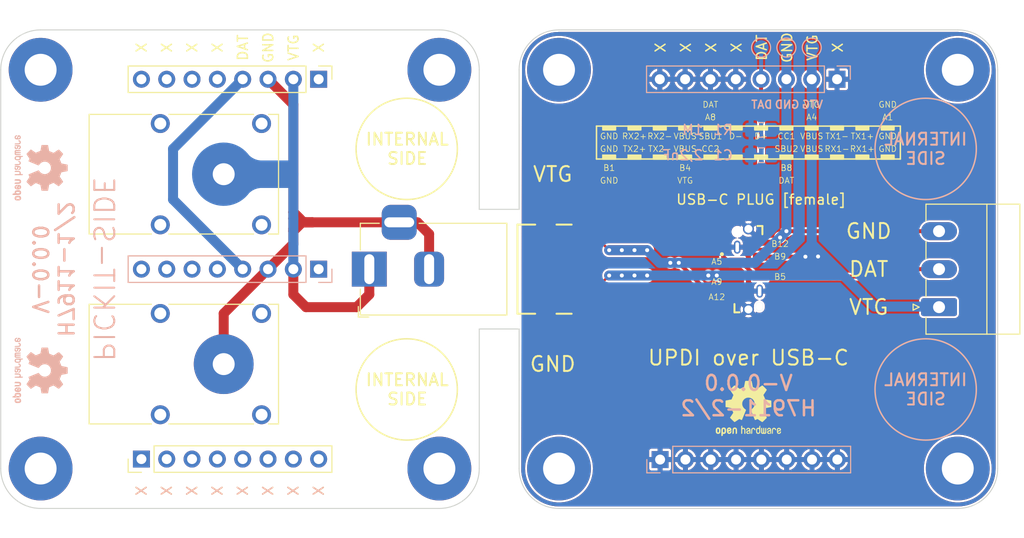
<source format=kicad_pcb>
(kicad_pcb (version 20240108) (generator "pcbnew") (generator_version "8.0")
  (layers (0 "F.Cu" signal) (31 "B.Cu" signal) (34 "B.Paste" user) (35 "F.Paste" user) (36 "B.SilkS" user "B.Silkscreen") (37 "F.SilkS" user "F.Silkscreen") (38 "B.Mask" user) (39 "F.Mask" user) (44 "Edge.Cuts" user))
  (net 0 "")
  (net 2 "/Master/Master_VTG")
  (net 3 "GND")
  (net 4 "/Master/Master_DAT")
  (net 9 "/Master/Master_GND")
  (net 37 "/Slave/Slave_VTG")
  (net 38 "/Slave/Slave_DAT")
  (net 39 "/Slave/Slave_GND")
  (footprint "MountingHole:MountingHole_3.2mm_M3_Pad_TopBottom" (layer "F.Cu") (at 86.48 53.66)
    (property "Reference" "H1" (hide yes))
    (property "Value" "MountingHole" (hide yes))
    (pad "1" thru_hole circle (at 0 0) (size 3.6 3.6) (drill 3.2) (layers "*.Cu" "*.Mask"))
    (pad "1" connect circle (at 0 0) (size 6.4 6.4) (layers "F.Cu" "F.Mask"))
    (pad "1" connect circle (at 0 0) (size 6.4 6.4) (layers "B.Cu" "B.Mask"))
  )
  (footprint "MountingHole:MountingHole_3.2mm_M3_Pad_TopBottom" (layer "F.Cu") (at 138.48 93.66)
    (property "Reference" "H6" (hide yes))
    (property "Value" "MountingHole" (hide yes))
    (pad "1" thru_hole circle (at 0 0) (size 3.6 3.6) (drill 3.2) (layers "*.Cu" "*.Mask"))
    (pad "1" connect circle (at 0 0) (size 6.4 6.4) (layers "F.Cu" "F.Mask"))
    (pad "1" connect circle (at 0 0) (size 6.4 6.4) (layers "B.Cu" "B.Mask"))
  )
  (footprint "Connector_Phoenix_MC:PhoenixContact_MC_1,5_3-G-3.81_1x03_P3.81mm_Horizontal" (layer "F.Cu") (at 176.6 77.47 90)
    (property "Reference" "J8" (hide yes))
    (property "Value" "Conn_01x03_Pin" (hide yes))
    (pad "1" thru_hole roundrect (at 0 0 90) (size 1.8 3.6) (drill 1.2) (layers "*.Cu" "*.Mask") (roundrect_rratio 0.1388888889) (net 37 "/Slave/Slave_VTG"))
    (pad "2" thru_hole oval (at 3.81 0 90) (size 1.8 3.6) (drill 1.2) (layers "*.Cu" "*.Mask") (net 38 "/Slave/Slave_DAT"))
    (pad "3" thru_hole oval (at 7.62 0 90) (size 1.8 3.6) (drill 1.2) (layers "*.Cu" "*.Mask") (net 39 "/Slave/Slave_GND"))
  )
  (footprint "MountingHole:MountingHole_3.2mm_M3_Pad_TopBottom" (layer "F.Cu") (at 138.48 53.66)
    (property "Reference" "H5" (hide yes))
    (property "Value" "MountingHole" (hide yes))
    (pad "1" thru_hole circle (at 0 0) (size 3.6 3.6) (drill 3.2) (layers "*.Cu" "*.Mask"))
    (pad "1" connect circle (at 0 0) (size 6.4 6.4) (layers "F.Cu" "F.Mask"))
    (pad "1" connect circle (at 0 0) (size 6.4 6.4) (layers "B.Cu" "B.Mask"))
  )
  (footprint "Connector_PinHeader_2.54mm:PinHeader_1x08_P2.54mm_Vertical" (layer "F.Cu") (at 96.59 92.71 90)
    (property "Reference" "J3" (hide yes))
    (property "Value" "CON" (hide yes))
    (pad "1" thru_hole rect (at 0 0 90) (size 1.7 1.7) (drill 1) (layers "*.Cu" "*.Mask"))
    (pad "2" thru_hole oval (at 0 2.54 90) (size 1.7 1.7) (drill 1) (layers "*.Cu" "*.Mask"))
    (pad "3" thru_hole oval (at 0 5.08 90) (size 1.7 1.7) (drill 1) (layers "*.Cu" "*.Mask"))
    (pad "4" thru_hole oval (at 0 7.62 90) (size 1.7 1.7) (drill 1) (layers "*.Cu" "*.Mask"))
    (pad "5" thru_hole oval (at 0 10.16 90) (size 1.7 1.7) (drill 1) (layers "*.Cu" "*.Mask"))
    (pad "6" thru_hole oval (at 0 12.7 90) (size 1.7 1.7) (drill 1) (layers "*.Cu" "*.Mask"))
    (pad "7" thru_hole oval (at 0 15.24 90) (size 1.7 1.7) (drill 1) (layers "*.Cu" "*.Mask"))
    (pad "8" thru_hole oval (at 0 17.78 90) (size 1.7 1.7) (drill 1) (layers "*.Cu" "*.Mask"))
  )
  (footprint "Connector_BarrelJack:BarrelJack_Horizontal" (layer "F.Cu") (at 119.45 73.66 180)
    (property "Reference" "J10" (hide yes))
    (property "Value" "Barrel_Jack_Switch" (hide yes))
    (pad "1" thru_hole rect (at 0 0 180) (size 3.5 3.5) (drill oval 1 3) (layers "*.Cu" "*.Mask") (net 2 "/Master/Master_VTG"))
    (pad "2" thru_hole roundrect (at -6 0 180) (size 3 3.5) (drill oval 1 3) (layers "*.Cu" "*.Mask") (net 9 "/Master/Master_GND"))
    (pad "3" thru_hole roundrect (at -3 4.7 180) (size 3.5 3.5) (drill oval 3 1) (layers "*.Cu" "*.Mask") (net 9 "/Master/Master_GND"))
  )
  (footprint "schutzinger SWEB 8094:SWEB 8094 BLACK" (layer "F.Cu") (at 104.845 83.185 90)
    (property "Reference" "J7" (hide yes))
    (property "Value" "~" (hide yes))
    (pad "1" thru_hole circle (at 0 0 90) (size 6 6) (drill 2.2) (layers "*.Cu" "*.Mask") (net 9 "/Master/Master_GND"))
    (pad "MP" thru_hole circle (at -5.08 -6.36 90) (size 1.9 1.9) (drill 1.2) (layers "*.Cu" "*.Mask"))
    (pad "MP" thru_hole circle (at -5.08 3.8 90) (size 1.9 1.9) (drill 1.2) (layers "*.Cu" "*.Mask"))
    (pad "MP" thru_hole circle (at 5.08 -6.36 90) (size 1.9 1.9) (drill 1.2) (layers "*.Cu" "*.Mask"))
    (pad "MP" thru_hole circle (at 5.08 3.8 90) (size 1.9 1.9) (drill 1.2) (layers "*.Cu" "*.Mask"))
  )
  (footprint "MountingHole:MountingHole_3.2mm_M3_Pad_TopBottom" (layer "F.Cu") (at 86.48 93.66)
    (property "Reference" "H2" (hide yes))
    (property "Value" "MountingHole" (hide yes))
    (pad "1" thru_hole circle (at 0 0) (size 3.6 3.6) (drill 3.2) (layers "*.Cu" "*.Mask"))
    (pad "1" connect circle (at 0 0) (size 6.4 6.4) (layers "F.Cu" "F.Mask"))
    (pad "1" connect circle (at 0 0) (size 6.4 6.4) (layers "B.Cu" "B.Mask"))
  )
  (footprint "footprints:GCT_USB4135-GF-A_REVA" (layer "F.Cu") (at 137.16 73.66 -90)
    (property "Reference" "J12" (hide yes))
    (property "Value" "USB4135-GF-A_REVA" (hide yes))
    (pad "A5" smd rect (at -0.5 -3.635 270) (size 0.7 1.2) (layers "F.Cu" "F.Paste" "F.Mask"))
    (pad "A9" smd rect (at 1.52 -3.635 270) (size 0.76 1.2) (layers "F.Cu" "F.Paste" "F.Mask") (net 37 "/Slave/Slave_VTG"))
    (pad "A12" smd rect (at 2.75 -3.635 270) (size 0.8 1.2) (layers "F.Cu" "F.Paste" "F.Mask") (net 39 "/Slave/Slave_GND"))
    (pad "B5" smd rect (at 0.5 -3.635 270) (size 0.7 1.2) (layers "F.Cu" "F.Paste" "F.Mask"))
    (pad "B9" smd rect (at -1.52 -3.635 270) (size 0.76 1.2) (layers "F.Cu" "F.Paste" "F.Mask") (net 37 "/Slave/Slave_VTG"))
    (pad "B12" smd rect (at -2.75 -3.635 270) (size 0.8 1.2) (layers "F.Cu" "F.Paste" "F.Mask") (net 39 "/Slave/Slave_GND"))
    (pad "S1" smd rect (at -5.125 -3.58 270) (size 1.8 1.35) (layers "F.Cu" "F.Paste" "F.Mask"))
    (pad "S2" smd rect (at -5.125 0 270) (size 1.8 1.5) (layers "F.Cu" "F.Paste" "F.Mask"))
    (pad "S3" smd rect (at 5.125 0 270) (size 1.8 1.5) (layers "F.Cu" "F.Paste" "F.Mask"))
    (pad "S4" smd rect (at 5.125 -3.58 270) (size 1.8 1.35) (layers "F.Cu" "F.Paste" "F.Mask"))
  )
  (footprint "MountingHole:MountingHole_3.2mm_M3_Pad_TopBottom" (layer "F.Cu") (at 126.48 53.66)
    (property "Reference" "H3" (hide yes))
    (property "Value" "MountingHole" (hide yes))
    (pad "1" thru_hole circle (at 0 0) (size 3.6 3.6) (drill 3.2) (layers "*.Cu" "*.Mask"))
    (pad "1" connect circle (at 0 0) (size 6.4 6.4) (layers "F.Cu" "F.Mask"))
    (pad "1" connect circle (at 0 0) (size 6.4 6.4) (layers "B.Cu" "B.Mask"))
  )
  (footprint "Connector_PinHeader_2.54mm:PinHeader_1x08_P2.54mm_Vertical" (layer "F.Cu") (at 114.37 54.61 -90)
    (property "Reference" "J4" (hide yes))
    (property "Value" "CON" (hide yes))
    (pad "1" thru_hole rect (at 0 0 270) (size 1.7 1.7) (drill 1) (layers "*.Cu" "*.Mask"))
    (pad "2" thru_hole oval (at 0 2.54 270) (size 1.7 1.7) (drill 1) (layers "*.Cu" "*.Mask") (net 2 "/Master/Master_VTG"))
    (pad "3" thru_hole oval (at 0 5.08 270) (size 1.7 1.7) (drill 1) (layers "*.Cu" "*.Mask") (net 9 "/Master/Master_GND"))
    (pad "4" thru_hole oval (at 0 7.62 270) (size 1.7 1.7) (drill 1) (layers "*.Cu" "*.Mask") (net 4 "/Master/Master_DAT"))
    (pad "5" thru_hole oval (at 0 10.16 270) (size 1.7 1.7) (drill 1) (layers "*.Cu" "*.Mask"))
    (pad "6" thru_hole oval (at 0 12.7 270) (size 1.7 1.7) (drill 1) (layers "*.Cu" "*.Mask"))
    (pad "7" thru_hole oval (at 0 15.24 270) (size 1.7 1.7) (drill 1) (layers "*.Cu" "*.Mask"))
    (pad "8" thru_hole oval (at 0 17.78 270) (size 1.7 1.7) (drill 1) (layers "*.Cu" "*.Mask"))
  )
  (footprint "MountingHole:MountingHole_3.2mm_M3_Pad_TopBottom" (layer "F.Cu") (at 126.48 93.66)
    (property "Reference" "H4" (hide yes))
    (property "Value" "MountingHole" (hide yes))
    (pad "1" thru_hole circle (at 0 0) (size 3.6 3.6) (drill 3.2) (layers "*.Cu" "*.Mask"))
    (pad "1" connect circle (at 0 0) (size 6.4 6.4) (layers "F.Cu" "F.Mask"))
    (pad "1" connect circle (at 0 0) (size 6.4 6.4) (layers "B.Cu" "B.Mask"))
  )
  (footprint "MountingHole:MountingHole_3.2mm_M3_Pad_TopBottom" (layer "F.Cu") (at 178.48 53.66)
    (property "Reference" "H7" (hide yes))
    (property "Value" "MountingHole" (hide yes))
    (pad "1" thru_hole circle (at 0 0) (size 3.6 3.6) (drill 3.2) (layers "*.Cu" "*.Mask"))
    (pad "1" connect circle (at 0 0) (size 6.4 6.4) (layers "F.Cu" "F.Mask"))
    (pad "1" connect circle (at 0 0) (size 6.4 6.4) (layers "B.Cu" "B.Mask"))
  )
  (footprint "Symbol:OSHW-Logo2_7.3x6mm_SilkScreen" (layer "F.Cu") (at 157.48 87.63)
    (property "Reference" "REF**" (hide yes))
    (property "Value" "OSHW-Logo2_7.3x6mm_SilkScreen" (hide yes))
  )
  (footprint "MountingHole:MountingHole_3.2mm_M3_Pad_TopBottom" (layer "F.Cu") (at 178.48 93.66)
    (property "Reference" "H8" (hide yes))
    (property "Value" "MountingHole" (hide yes))
    (pad "1" thru_hole circle (at 0 0) (size 3.6 3.6) (drill 3.2) (layers "*.Cu" "*.Mask"))
    (pad "1" connect circle (at 0 0) (size 6.4 6.4) (layers "F.Cu" "F.Mask"))
    (pad "1" connect circle (at 0 0) (size 6.4 6.4) (layers "B.Cu" "B.Mask"))
  )
  (footprint "GCT_USB4180-03-0120-C:GCT_USB4180-03-0120-C_REVA" (layer "F.Cu") (at 157.48 73.66 90)
    (property "Reference" "J2" (hide yes))
    (property "Value" "USB4180-03-0120-C_REVA" (hide yes))
    (fp_line (start -3.675 0.75) (end -3.825 0.75) (stroke (width 0.01)) (layer "Edge.Cuts"))
    (fp_line (start -3.825 1.45) (end -3.675 1.45) (stroke (width 0.01)) (layer "Edge.Cuts"))
    (fp_arc (start -3.675 0.75) (mid -3.427513 0.852513) (end -3.325 1.1) (stroke (width 0.01)) (layer "Edge.Cuts"))
    (fp_arc (start -3.325 1.1) (mid -3.427513 1.347487) (end -3.675 1.45) (stroke (width 0.01)) (layer "Edge.Cuts"))
    (fp_arc (start -4.175 1.1) (mid -4.072487 0.852513) (end -3.825 0.75) (stroke (width 0.01)) (layer "Edge.Cuts"))
    (fp_arc (start -3.825 1.45) (mid -4.072487 1.347487) (end -4.175 1.1) (stroke (width 0.01)) (layer "Edge.Cuts"))
    (pad "" np_thru_hole circle (at 3.75 -1.1 90) (size 0.7 0.7) (drill 0.7) (layers "*.Cu" "*.Mask"))
    (pad "A5" smd rect (at 0.75 -1.18 90) (size 0.8 1.46) (layers "F.Cu" "F.Paste" "F.Mask") (net 38 "/Slave/Slave_DAT"))
    (pad "A9" smd rect (at -1.25 -1.18 90) (size 0.8 1.46) (layers "F.Cu" "F.Paste" "F.Mask") (net 37 "/Slave/Slave_VTG"))
    (pad "A12" smd rect (at -2.75 -1.18 90) (size 0.8 1.46) (layers "F.Cu" "F.Paste" "F.Mask") (net 39 "/Slave/Slave_GND"))
    (pad "B5" smd rect (at -0.75 1.18 90) (size 0.8 1.46) (layers "F.Cu" "F.Paste" "F.Mask") (net 38 "/Slave/Slave_DAT"))
    (pad "B9" smd rect (at 1.25 1.18 90) (size 0.8 1.46) (layers "F.Cu" "F.Paste" "F.Mask") (net 37 "/Slave/Slave_VTG"))
    (pad "B12" smd rect (at 2.75 1.18 90) (size 0.8 1.46) (layers "F.Cu" "F.Paste" "F.Mask") (net 39 "/Slave/Slave_GND"))
    (pad "S1" thru_hole oval (at 2.205 -1.125 90) (size 1.3 0.65) (drill oval 1 0.35) (layers "*.Cu" "*.Mask") (net 3 "GND"))
    (pad "S2" thru_hole circle (at -4.04 0 90) (size 1.1 1.1) (drill 0.8) (layers "*.Cu" "*.Mask") (net 3 "GND"))
    (pad "S3" thru_hole circle (at 4.04 0 90) (size 1.1 1.1) (drill 0.8) (layers "*.Cu" "*.Mask") (net 3 "GND"))
    (pad "S4" thru_hole oval (at -2.205 1.125 90) (size 1.3 0.65) (drill oval 1 0.35) (layers "*.Cu" "*.Mask") (net 3 "GND"))
  )
  (footprint "schutzinger SWEB 8094:SWEB 8094 RED" (layer "F.Cu") (at 104.845 64.135 90)
    (property "Reference" "J6" (hide yes))
    (property "Value" "~" (hide yes))
    (pad "1" thru_hole circle (at 0 0 90) (size 6 6) (drill 2.2) (layers "*.Cu" "*.Mask") (net 2 "/Master/Master_VTG"))
    (pad "MP" thru_hole circle (at -5.08 -6.36 90) (size 1.9 1.9) (drill 1.2) (layers "*.Cu" "*.Mask"))
    (pad "MP" thru_hole circle (at -5.08 3.8 90) (size 1.9 1.9) (drill 1.2) (layers "*.Cu" "*.Mask"))
    (pad "MP" thru_hole circle (at 5.08 -6.36 90) (size 1.9 1.9) (drill 1.2) (layers "*.Cu" "*.Mask"))
    (pad "MP" thru_hole circle (at 5.08 3.8 90) (size 1.9 1.9) (drill 1.2) (layers "*.Cu" "*.Mask"))
  )
  (footprint "Connector_PinHeader_2.54mm:PinHeader_1x08_P2.54mm_Vertical" (layer "B.Cu") (at 114.37 73.66 90)
    (property "Reference" "J1" (hide yes))
    (property "Value" "PicKit" (hide yes))
    (pad "1" thru_hole rect (at 0 0 90) (size 1.7 1.7) (drill 1) (layers "*.Cu" "*.Mask"))
    (pad "2" thru_hole oval (at 0 -2.54 90) (size 1.7 1.7) (drill 1) (layers "*.Cu" "*.Mask") (net 2 "/Master/Master_VTG"))
    (pad "3" thru_hole oval (at 0 -5.08 90) (size 1.7 1.7) (drill 1) (layers "*.Cu" "*.Mask") (net 9 "/Master/Master_GND"))
    (pad "4" thru_hole oval (at 0 -7.62 90) (size 1.7 1.7) (drill 1) (layers "*.Cu" "*.Mask") (net 4 "/Master/Master_DAT"))
    (pad "5" thru_hole oval (at 0 -10.16 90) (size 1.7 1.7) (drill 1) (layers "*.Cu" "*.Mask"))
    (pad "6" thru_hole oval (at 0 -12.7 90) (size 1.7 1.7) (drill 1) (layers "*.Cu" "*.Mask"))
    (pad "7" thru_hole oval (at 0 -15.24 90) (size 1.7 1.7) (drill 1) (layers "*.Cu" "*.Mask"))
    (pad "8" thru_hole oval (at 0 -17.78 90) (size 1.7 1.7) (drill 1) (layers "*.Cu" "*.Mask"))
  )
  (footprint "TestPoint:TestPoint_Pad_D1.5mm" (layer "B.Cu") (at 158.75 51.435 180)
    (property "Reference" "TP1" (hide yes))
    (property "Value" "TestPoint" (hide yes))
    (pad "1" smd circle (at 0 0 180) (size 1.5 1.5) (layers "B.Cu" "B.Mask") (net 38 "/Slave/Slave_DAT"))
  )
  (footprint "Symbol:OSHW-Logo2_7.3x6mm_SilkScreen" (layer "B.Cu") (at 86.43 63.5 90)
    (property "Reference" "REF**" (hide yes))
    (property "Value" "OSHW-Logo2_7.3x6mm_SilkScreen" (hide yes))
  )
  (footprint "Connector_PinSocket_2.54mm:PinSocket_1x08_P2.54mm_Vertical" (layer "B.Cu") (at 148.62 92.76 -90)
    (property "Reference" "J9" (hide yes))
    (property "Value" "CON" (hide yes))
    (pad "1" thru_hole rect (at 0 0 270) (size 1.7 1.7) (drill 1) (layers "*.Cu" "*.Mask") (net 3 "GND"))
    (pad "2" thru_hole oval (at 0 -2.54 270) (size 1.7 1.7) (drill 1) (layers "*.Cu" "*.Mask") (net 3 "GND"))
    (pad "3" thru_hole oval (at 0 -5.08 270) (size 1.7 1.7) (drill 1) (layers "*.Cu" "*.Mask") (net 3 "GND"))
    (pad "4" thru_hole oval (at 0 -7.62 270) (size 1.7 1.7) (drill 1) (layers "*.Cu" "*.Mask") (net 3 "GND"))
    (pad "5" thru_hole oval (at 0 -10.16 270) (size 1.7 1.7) (drill 1) (layers "*.Cu" "*.Mask") (net 3 "GND"))
    (pad "6" thru_hole oval (at 0 -12.7 270) (size 1.7 1.7) (drill 1) (layers "*.Cu" "*.Mask") (net 3 "GND"))
    (pad "7" thru_hole oval (at 0 -15.24 270) (size 1.7 1.7) (drill 1) (layers "*.Cu" "*.Mask") (net 3 "GND"))
    (pad "8" thru_hole oval (at 0 -17.78 270) (size 1.7 1.7) (drill 1) (layers "*.Cu" "*.Mask") (net 3 "GND"))
  )
  (footprint "Connector_PinSocket_2.54mm:PinSocket_1x08_P2.54mm_Vertical" (layer "B.Cu") (at 166.37 54.61 90)
    (property "Reference" "J5" (hide yes))
    (property "Value" "CON" (hide yes))
    (pad "1" thru_hole rect (at 0 0 90) (size 1.7 1.7) (drill 1) (layers "*.Cu" "*.Mask") (net 3 "GND"))
    (pad "2" thru_hole oval (at 0 -2.54 90) (size 1.7 1.7) (drill 1) (layers "*.Cu" "*.Mask") (net 37 "/Slave/Slave_VTG"))
    (pad "3" thru_hole oval (at 0 -5.08 90) (size 1.7 1.7) (drill 1) (layers "*.Cu" "*.Mask") (net 39 "/Slave/Slave_GND"))
    (pad "4" thru_hole oval (at 0 -7.62 90) (size 1.7 1.7) (drill 1) (layers "*.Cu" "*.Mask") (net 38 "/Slave/Slave_DAT"))
    (pad "5" thru_hole oval (at 0 -10.16 90) (size 1.7 1.7) (drill 1) (layers "*.Cu" "*.Mask") (net 3 "GND"))
    (pad "6" thru_hole oval (at 0 -12.7 90) (size 1.7 1.7) (drill 1) (layers "*.Cu" "*.Mask") (net 3 "GND"))
    (pad "7" thru_hole oval (at 0 -15.24 90) (size 1.7 1.7) (drill 1) (layers "*.Cu" "*.Mask") (net 3 "GND"))
    (pad "8" thru_hole oval (at 0 -17.78 90) (size 1.7 1.7) (drill 1) (layers "*.Cu" "*.Mask") (net 3 "GND"))
  )
  (footprint "TestPoint:TestPoint_Pad_D1.5mm" (layer "B.Cu") (at 163.83 51.435 180)
    (property "Reference" "TP3" (hide yes))
    (property "Value" "TestPoint" (hide yes))
    (pad "1" smd circle (at 0 0 180) (size 1.5 1.5) (layers "B.Cu" "B.Mask") (net 37 "/Slave/Slave_VTG"))
  )
  (footprint "TestPoint:TestPoint_Pad_D1.5mm" (layer "B.Cu") (at 161.29 51.435 180)
    (property "Reference" "TP2" (hide yes))
    (property "Value" "TestPoint" (hide yes))
    (pad "1" smd circle (at 0 0 180) (size 1.5 1.5) (layers "B.Cu" "B.Mask") (net 39 "/Slave/Slave_GND"))
  )
  (footprint "Resistor_SMD:R_0805_2012Metric_Pad1.20x1.40mm_HandSolder" (layer "B.Cu") (at 158.75 59.69 180)
    (property "Reference" "R1" (at 3.81 0 180) (layer "B.SilkS") (effects (justify mirror)))
    (property "Value" "1M" (at 5.715 0 180) (layer "B.SilkS") (effects (justify left mirror)))
    (pad "1" smd roundrect (at -1 0 180) (size 1.2 1.4) (layers "B.Cu" "B.Paste" "B.Mask") (roundrect_rratio 0.2083333333) (net 39 "/Slave/Slave_GND"))
    (pad "2" smd roundrect (at 1 0 180) (size 1.2 1.4) (layers "B.Cu" "B.Paste" "B.Mask") (roundrect_rratio 0.2083333333) (net 3 "GND"))
  )
  (footprint "Symbol:OSHW-Logo2_7.3x6mm_SilkScreen" (layer "B.Cu") (at 86.43 83.82 90)
    (property "Reference" "REF**" (hide yes))
    (property "Value" "OSHW-Logo2_7.3x6mm_SilkScreen" (hide yes))
  )
  (footprint "Capacitor_SMD:C_0805_2012Metric_Pad1.18x1.45mm_HandSolder" (layer "B.Cu") (at 158.75 62.23 180)
    (property "Reference" "C1" (at 3.81 0 180) (layer "B.SilkS") (effects (justify mirror)))
    (property "Value" "2,2nF" (at 5.715 0 180) (layer "B.SilkS") (effects (justify left mirror)))
    (pad "1" smd roundrect (at -1.0375 0 180) (size 1.175 1.45) (layers "B.Cu" "B.Paste" "B.Mask") (roundrect_rratio 0.2127659574) (net 39 "/Slave/Slave_GND"))
    (pad "2" smd roundrect (at 1.0375 0 180) (size 1.175 1.45) (layers "B.Cu" "B.Paste" "B.Mask") (roundrect_rratio 0.2127659574) (net 3 "GND"))
  )
  (gr_circle (center 175.26 61.595) (end 170.18 61.595) (stroke (width 0.15)) (fill none) (layer "B.SilkS"))
  (gr_circle (center 175.26 85.725) (end 170.18 85.725) (stroke (width 0.15)) (fill none) (layer "B.SilkS"))
  (gr_rect (start 170.815 62.23) (end 172.085 62.611) (stroke (width 0.15)) (fill solid) (layer "F.SilkS"))
  (gr_line (start 142.24 62.611) (end 142.24 59.309) (stroke (width 0.15)) (layer "F.SilkS"))
  (gr_rect (start 150.495 59.309) (end 151.765 59.69) (stroke (width 0.15)) (fill solid) (layer "F.SilkS"))
  (gr_rect (start 158.115 59.309) (end 159.385 59.69) (stroke (width 0.15)) (fill solid) (layer "F.SilkS"))
  (gr_rect (start 153.035 62.23) (end 154.305 62.611) (stroke (width 0.15)) (fill solid) (layer "F.SilkS"))
  (gr_rect (start 168.275 59.309) (end 169.545 59.69) (stroke (width 0.15)) (fill solid) (layer "F.SilkS"))
  (gr_rect (start 147.955 62.23) (end 149.225 62.611) (stroke (width 0.15)) (fill solid) (layer "F.SilkS"))
  (gr_rect (start 142.875 59.309) (end 144.145 59.69) (stroke (width 0.15)) (fill solid) (layer "F.SilkS"))
  (gr_rect (start 145.415 62.23) (end 146.685 62.611) (stroke (width 0.15)) (fill solid) (layer "F.SilkS"))
  (gr_line (start 142.24 62.611) (end 172.72 62.611) (stroke (width 0.15)) (layer "F.SilkS"))
  (gr_rect (start 163.195 62.23) (end 164.465 62.611) (stroke (width 0.15)) (fill solid) (layer "F.SilkS"))
  (gr_rect (start 160.655 59.309) (end 161.925 59.69) (stroke (width 0.15)) (fill solid) (layer "F.SilkS"))
  (gr_rect (start 170.815 59.309) (end 172.085 59.69) (stroke (width 0.15)) (fill solid) (layer "F.SilkS"))
  (gr_rect (start 163.195 59.309) (end 164.465 59.69) (stroke (width 0.15)) (fill solid) (layer "F.SilkS"))
  (gr_rect (start 155.575 59.309) (end 156.845 59.69) (stroke (width 0.15)) (fill solid) (layer "F.SilkS"))
  (gr_rect (start 145.415 59.309) (end 146.685 59.69) (stroke (width 0.15)) (fill solid) (layer "F.SilkS"))
  (gr_rect (start 165.735 62.23) (end 167.005 62.611) (stroke (width 0.15)) (fill solid) (layer "F.SilkS"))
  (gr_circle (center 123.205 61.595) (end 118.125 61.595) (stroke (width 0.15)) (fill none) (layer "F.SilkS"))
  (gr_rect (start 155.575 62.23) (end 156.845 62.611) (stroke (width 0.15)) (fill solid) (layer "F.SilkS"))
  (gr_rect (start 160.655 62.23) (end 161.925 62.611) (stroke (width 0.15)) (fill solid) (layer "F.SilkS"))
  (gr_rect (start 147.955 59.309) (end 149.225 59.69) (stroke (width 0.15)) (fill solid) (layer "F.SilkS"))
  (gr_rect (start 142.875 62.23) (end 144.145 62.611) (stroke (width 0.15)) (fill solid) (layer "F.SilkS"))
  (gr_line (start 172.72 62.611) (end 172.72 59.309) (stroke (width 0.15)) (layer "F.SilkS"))
  (gr_rect (start 165.735 59.309) (end 167.005 59.69) (stroke (width 0.15)) (fill solid) (layer "F.SilkS"))
  (gr_circle (center 123.205 85.725) (end 118.125 85.725) (stroke (width 0.15)) (fill none) (layer "F.SilkS"))
  (gr_rect (start 153.035 59.309) (end 154.305 59.69) (stroke (width 0.15)) (fill solid) (layer "F.SilkS"))
  (gr_rect (start 150.495 62.23) (end 151.765 62.611) (stroke (width 0.15)) (fill solid) (layer "F.SilkS"))
  (gr_rect (start 168.275 62.23) (end 169.545 62.611) (stroke (width 0.15)) (fill solid) (layer "F.SilkS"))
  (gr_line (start 142.24 59.309) (end 172.72 59.309) (stroke (width 0.15)) (layer "F.SilkS"))
  (gr_rect (start 158.115 62.23) (end 159.385 62.611) (stroke (width 0.15)) (fill solid) (layer "F.SilkS"))
  (gr_line (start 182.48 53.66) (end 182.48 93.66) (stroke (width 0.1)) (layer "Edge.Cuts"))
  (gr_line (start 130.48 93.66) (end 130.48 79.66) (stroke (width 0.1)) (layer "Edge.Cuts"))
  (gr_arc (start 182.48 93.66) (mid 181.308427 96.488427) (end 178.48 97.66) (stroke (width 0.1)) (layer "Edge.Cuts"))
  (gr_line (start 134.48 79.66) (end 134.48 93.66) (stroke (width 0.1)) (layer "Edge.Cuts"))
  (gr_line (start 138.48 49.66) (end 178.48 49.66) (stroke (width 0.1)) (layer "Edge.Cuts"))
  (gr_arc (start 138.48 97.66) (mid 135.651573 96.488427) (end 134.48 93.66) (stroke (width 0.1)) (layer "Edge.Cuts"))
  (gr_line (start 130.48 53.66) (end 130.48 67.66) (stroke (width 0.1)) (layer "Edge.Cuts"))
  (gr_arc (start 178.48 49.66) (mid 181.308427 50.831573) (end 182.48 53.66) (stroke (width 0.1)) (layer "Edge.Cuts"))
  (gr_arc (start 126.48 49.66) (mid 129.308427 50.831573) (end 130.48 53.66) (stroke (width 0.1)) (layer "Edge.Cuts"))
  (gr_arc (start 82.48 53.66) (mid 83.651573 50.831573) (end 86.48 49.66) (stroke (width 0.1)) (layer "Edge.Cuts"))
  (gr_line (start 86.48 97.66) (end 126.48 97.66) (stroke (width 0.1)) (layer "Edge.Cuts"))
  (gr_line (start 130.48 79.66) (end 134.48 79.66) (stroke (width 0.1)) (layer "Edge.Cuts"))
  (gr_line (start 130.48 67.66) (end 134.48 67.66) (stroke (width 0.1)) (layer "Edge.Cuts"))
  (gr_arc (start 86.48 97.66) (mid 83.651573 96.488427) (end 82.48 93.66) (stroke (width 0.1)) (layer "Edge.Cuts"))
  (gr_line (start 82.48 53.66) (end 82.48 93.66) (stroke (width 0.1)) (layer "Edge.Cuts"))
  (gr_arc (start 134.48 53.66) (mid 135.651573 50.831573) (end 138.48 49.66) (stroke (width 0.1)) (layer "Edge.Cuts"))
  (gr_arc (start 130.48 93.66) (mid 129.308427 96.488427) (end 126.48 97.66) (stroke (width 0.1)) (layer "Edge.Cuts"))
  (gr_line (start 138.48 97.66) (end 178.48 97.66) (stroke (width 0.1)) (layer "Edge.Cuts"))
  (gr_line (start 126.48 49.66) (end 86.48 49.66) (stroke (width 0.1)) (layer "Edge.Cuts"))
  (gr_line (start 134.48 53.66) (end 134.48 67.66) (stroke (width 0.1)) (layer "Edge.Cuts"))
  (gr_text "INTERNAL\nSIDE" (at 175.26 85.725 -0) (layer "B.SilkS") (effects (font (size 1.2 1.2) (thickness 0.2) (bold yes)) (justify mirror)))
  (gr_text "X" (at 99.13 95.885 90) (layer "B.SilkS") (effects (font (size 1 1)) (justify mirror)))
  (gr_text "X" (at 101.67 95.885 90) (layer "B.SilkS") (effects (font (size 1 1)) (justify mirror)))
  (gr_text "X" (at 111.83 95.885 90) (layer "B.SilkS") (effects (font (size 1 1)) (justify mirror)))
  (gr_text "V-0.0.0" (at 86.43 73.66 -90) (layer "B.SilkS") (effects (font (size 1.5 1.5) (thickness 0.25) (bold yes)) (justify mirror)))
  (gr_text "DAT" (at 158.82 57.15 0) (layer "B.SilkS") (effects (font (size 0.8 0.8)) (justify mirror)))
  (gr_text "PICKIT-SIDE" (at 92.78 73.659998 -90) (layer "B.SilkS") (effects (font (size 2 2) (thickness 0.2)) (justify mirror)))
  (gr_text "V-0.0.0" (at 157.48 85.09 0) (layer "B.SilkS") (effects (font (size 1.5 1.5) (thickness 0.25) (bold yes)) (justify mirror)))
  (gr_text "X" (at 114.37 95.885 90) (layer "B.SilkS") (effects (font (size 1 1)) (justify mirror)))
  (gr_text "GND" (at 161.36 57.15 0) (layer "B.SilkS") (effects (font (size 0.8 0.8)) (justify mirror)))
  (gr_text "H7911-1/2" (at 88.97 73.66 -90) (layer "B.SilkS") (effects (font (size 1.5 1.5) (thickness 0.25) (bold yes)) (justify mirror)))
  (gr_text "X" (at 109.29 95.885 90) (layer "B.SilkS") (effects (font (size 1 1)) (justify mirror)))
  (gr_text "X" (at 96.605 95.885 90) (layer "B.SilkS") (effects (font (size 1 1)) (justify mirror)))
  (gr_text "INTERNAL\nSIDE" (at 175.26 61.595 -0) (layer "B.SilkS") (effects (font (size 1.2 1.2) (thickness 0.2) (bold yes)) (justify mirror)))
  (gr_text "H7911-2/2" (at 157.48 87.629998 0) (layer "B.SilkS") (effects (font (size 1.5 1.5) (thickness 0.25) (bold yes)) (justify mirror)))
  (gr_text "X" (at 104.21 95.885 90) (layer "B.SilkS") (effects (font (size 1 1)) (justify mirror)))
  (gr_text "X" (at 106.75 95.885 90) (layer "B.SilkS") (effects (font (size 1 1)) (justify mirror)))
  (gr_text "VTG" (at 163.9 57.15 0) (layer "B.SilkS") (effects (font (size 0.8 0.8)) (justify mirror)))
  (gr_text "X" (at 101.685 51.435 90) (layer "F.SilkS") (effects (font (size 1 1))))
  (gr_text "GND" (at 161.36 51.434998 90) (layer "F.SilkS") (effects (font (size 1 1))))
  (gr_text "DAT" (at 106.765 51.435 90) (layer "F.SilkS") (effects (font (size 1 1))))
  (gr_text "X" (at 99.145 51.435 90) (layer "F.SilkS") (effects (font (size 1 1))))
  (gr_text "GND" (at 171.45 61.595 0) (layer "F.SilkS") (effects (font (size 0.6 0.6) (thickness 0.07) (bold yes))))
  (gr_text "VTG" (at 169.545 77.47 0) (layer "F.SilkS") (effects (font (size 1.5 1.5) (thickness 0.2))))
  (gr_text "X" (at 148.66 51.435 90) (layer "F.SilkS") (effects (font (size 1 1))))
  (gr_text "X" (at 99.145 95.885 90) (layer "F.SilkS") (effects (font (size 1 1))))
  (gr_text "X" (at 104.225 51.435 90) (layer "F.SilkS") (effects (font (size 1 1))))
  (gr_text "RX2+" (at 146.05 60.325 0) (layer "F.SilkS") (effects (font (size 0.6 0.6) (thickness 0.07) (bold yes))))
  (gr_text "X" (at 153.74 51.435 90) (layer "F.SilkS") (effects (font (size 1 1))))
  (gr_text "TX2+" (at 146.05 61.595 0) (layer "F.SilkS") (effects (font (size 0.6 0.6) (thickness 0.07) (bold yes))))
  (gr_text "GND" (at 109.305 51.435 90) (layer "F.SilkS") (effects (font (size 1 1))))
  (gr_text "SBU1" (at 153.67 60.325 0) (layer "F.SilkS") (effects (font (size 0.6 0.6) (thickness 0.07) (bold yes))))
  (gr_text "X" (at 96.605 51.435 90) (layer "F.SilkS") (effects (font (size 1 1))))
  (gr_text "X" (at 114.385 51.435 90) (layer "F.SilkS") (effects (font (size 1 1))))
  (gr_text "VTG" (at 163.83 57.15 0) (layer "F.SilkS") (effects (font (size 0.6 0.6) (thickness 0.07) (bold yes))))
  (gr_text "INTERNAL\nSIDE" (at 123.26 85.725 0) (layer "F.SilkS") (effects (font (size 1.2 1.2) (thickness 0.2) (bold yes))))
  (gr_text "VBUS" (at 163.83 60.325 0) (layer "F.SilkS") (effects (font (size 0.6 0.6) (thickness 0.07) (bold yes))))
  (gr_text "TX1-" (at 166.37 60.325 0) (layer "F.SilkS") (effects (font (size 0.6 0.6) (thickness 0.07) (bold yes))))
  (gr_text "D+" (at 158.75 60.325 0) (layer "F.SilkS") (effects (font (size 0.6 0.6) (thickness 0.07) (bold yes))))
  (gr_text "A12" (at 154.305 76.454 0) (layer "F.SilkS") (effects (font (size 0.6 0.6) (thickness 0.07) (bold yes))))
  (gr_text "GND" (at 137.85 83.185 0) (layer "F.SilkS") (effects (font (size 1.5 1.5) (thickness 0.2))))
  (gr_text "VTG" (at 137.85 64.135 0) (layer "F.SilkS") (effects (font (size 1.5 1.5) (thickness 0.2))))
  (gr_text "RX1+" (at 168.91 61.595 0) (layer "F.SilkS") (effects (font (size 0.6 0.6) (thickness 0.07) (bold yes))))
  (gr_text "X" (at 96.59 95.885 90) (layer "F.SilkS") (effects (font (size 1 1))))
  (gr_text "TX1+" (at 168.91 60.325 0) (layer "F.SilkS") (effects (font (size 0.6 0.6) (thickness 0.07) (bold yes))))
  (gr_text "VBUS" (at 151.13 60.325 0) (layer "F.SilkS") (effects (font (size 0.6 0.6) (thickness 0.07) (bold yes))))
  (gr_text "X" (at 106.765 95.885 90) (layer "F.SilkS") (effects (font (size 1 1))))
  (gr_text "A8" (at 153.67 58.42 0) (layer "F.SilkS") (effects (font (size 0.6 0.6) (thickness 0.07) (bold yes))))
  (gr_text "VTG" (at 163.9 51.435 90) (layer "F.SilkS") (effects (font (size 1 1))))
  (gr_text "DAT" (at 169.545 73.66 0) (layer "F.SilkS") (effects (font (size 1.5 1.5) (thickness 0.2))))
  (gr_text "GND" (at 143.51 60.325 0) (layer "F.SilkS") (effects (font (size 0.6 0.6) (thickness 0.07) (bold yes))))
  (gr_text "X" (at 156.28 51.435 90) (layer "F.SilkS") (effects (font (size 1 1))))
  (gr_text "USB-C PLUG [female]" (at 158.75 66.675 0) (layer "F.SilkS") (effects (font (size 1 1))))
  (gr_text "B4" (at 151.13 63.5 0) (layer "F.SilkS") (effects (font (size 0.6 0.6) (thickness 0.07) (bold yes))))
  (gr_text "TX2-" (at 148.59 61.595 0) (layer "F.SilkS") (effects (font (size 0.6 0.6) (thickness 0.07) (bold yes))))
  (gr_text "A1" (at 171.45 58.42 0) (layer "F.SilkS") (effects (font (size 0.6 0.6) (thickness 0.07) (bold yes))))
  (gr_text "VTG" (at 111.845 51.435 90) (layer "F.SilkS") (effects (font (size 1 1))))
  (gr_text "DAT" (at 153.67 57.15 0) (layer "F.SilkS") (effects (font (size 0.6 0.6) (thickness 0.07) (bold yes))))
  (gr_text "X" (at 101.685 95.885 90) (layer "F.SilkS") (effects (font (size 1 1))))
  (gr_text "GND" (at 169.545 69.85 0) (layer "F.SilkS") (effects (font (size 1.5 1.5) (thickness 0.2))))
  (gr_text "D-" (at 156.21 60.325 0) (layer "F.SilkS") (effects (font (size 0.6 0.6) (thickness 0.07) (bold yes))))
  (gr_text "X" (at 111.845 95.885 90) (layer "F.SilkS") (effects (font (size 1 1))))
  (gr_text "VBUS" (at 151.13 61.595 0) (layer "F.SilkS") (effects (font (size 0.6 0.6) (thickness 0.07) (bold yes))))
  (gr_text "A4" (at 163.83 58.42 0) (layer "F.SilkS") (effects (font (size 0.6 0.6) (thickness 0.07) (bold yes))))
  (gr_text "CC1" (at 161.29 60.325 0) (layer "F.SilkS") (effects (font (size 0.6 0.6) (thickness 0.07) (bold yes))))
  (gr_text "VTG" (at 151.13 64.77 0) (layer "F.SilkS") (effects (font (size 0.6 0.6) (thickness 0.07) (bold yes))))
  (gr_text "VBUS" (at 163.83 61.595 0) (layer "F.SilkS") (effects (font (size 0.6 0.6) (thickness 0.07) (bold yes))))
  (gr_text "RX2-" (at 148.59 60.325 0) (layer "F.SilkS") (effects (font (size 0.6 0.6) (thickness 0.07) (bold yes))))
  (gr_text "GND" (at 143.51 64.77 0) (layer "F.SilkS") (effects (font (size 0.6 0.6) (thickness 0.07) (bold yes))))
  (gr_text "DAT" (at 158.82 51.435 90) (layer "F.SilkS") (effects (font (size 1 1))))
  (gr_text "A9" (at 154.305 74.93 0) (layer "F.SilkS") (effects (font (size 0.6 0.6) (thickness 0.07) (bold yes))))
  (gr_text "X" (at 151.2 51.435 90) (layer "F.SilkS") (effects (font (size 1 1))))
  (gr_text "SBU2" (at 161.29 61.595 0) (layer "F.SilkS") (effects (font (size 0.6 0.6) (thickness 0.07) (bold yes))))
  (gr_text "GND" (at 171.45 57.15 0) (layer "F.SilkS") (effects (font (size 0.6 0.6) (thickness 0.07) (bold yes))))
  (gr_text "DAT" (at 161.29 64.77 0) (layer "F.SilkS") (effects (font (size 0.6 0.6) (thickness 0.07) (bold yes))))
  (gr_text "X" (at 114.385 95.885 90) (layer "F.SilkS") (effects (font (size 1 1))))
  (gr_text "B9" (at 160.655 72.39 0) (layer "F.SilkS") (effects (font (size 0.6 0.6) (thickness 0.07) (bold yes))))
  (gr_text "CC2" (at 153.67 61.595 0) (layer "F.SilkS") (effects (font (size 0.6 0.6) (thickness 0.07) (bold yes))))
  (gr_text "GND" (at 171.45 60.325 0) (layer "F.SilkS") (effects (font (size 0.6 0.6) (thickness 0.07) (bold yes))))
  (gr_text "B5" (at 160.655 74.422 0) (layer "F.SilkS") (effects (font (size 0.6 0.6) (thickness 0.07) (bold yes))))
  (gr_text "X" (at 104.225 95.885 90) (layer "F.SilkS") (effects (font (size 1 1))))
  (gr_text "X" (at 166.44 51.435 90) (layer "F.SilkS") (effects (font (size 1 1))))
  (gr_text "B1" (at 143.51 63.5 0) (layer "F.SilkS") (effects (font (size 0.6 0.6) (thickness 0.07) (bold yes))))
  (gr_text "X" (at 109.305 95.885 90) (layer "F.SilkS") (effects (font (size 1 1))))
  (gr_text "B12" (at 160.655 71.12 0) (layer "F.SilkS") (effects (font (size 0.6 0.6) (thickness 0.07) (bold yes))))
  (gr_text "A5" (at 154.305 72.898 0) (layer "F.SilkS") (effects (font (size 0.6 0.6) (thickness 0.07) (bold yes))))
  (gr_text "RX1-" (at 166.37 61.595 0) (layer "F.SilkS") (effects (font (size 0.6 0.6) (thickness 0.07) (bold yes))))
  (gr_text "UPDI over USB-C" (at 157.48 82.55 0) (layer "F.SilkS") (effects (font (size 1.5 1.5) (thickness 0.2))))
  (gr_text "INTERNAL\nSIDE" (at 123.26 61.595 0) (layer "F.SilkS") (effects (font (size 1.2 1.2) (thickness 0.2) (bold yes))))
  (gr_text "B8" (at 161.29 63.5 0) (layer "F.SilkS") (effects (font (size 0.6 0.6) (thickness 0.07) (bold yes))))
  (gr_text "GND" (at 143.51 61.595 0) (layer "F.SilkS") (effects (font (size 0.6 0.6) (thickness 0.07) (bold yes))))
  (segment (start 118.18 77.47) (end 113.1 77.47) (width 1) (layer "F.Cu") (net 2))
  (segment (start 111.83 76.2) (end 113.1 77.47) (width 1) (layer "F.Cu") (net 2))
  (segment (start 119.45 73.66) (end 119.45 76.2) (width 1) (layer "F.Cu") (net 2))
  (segment (start 119.45 76.2) (end 118.18 77.47) (width 1) (layer "F.Cu") (net 2))
  (segment (start 111.83 73.66) (end 111.83 76.2) (width 1) (layer "F.Cu") (net 2))
  (segment (start 111.83 64.135) (end 111.83 68.58) (width 1) (layer "B.Cu") (net 2))
  (segment (start 111.83 71.12) (end 111.83 73.66) (width 1) (layer "B.Cu") (net 2))
  (segment (start 111.83 54.61) (end 111.83 64.135) (width 1) (layer "B.Cu") (net 2))
  (segment (start 111.83 68.58) (end 111.83 71.12) (width 1) (layer "B.Cu") (net 2))
  (segment (start 99.765 61.595) (end 106.75 54.61) (width 1) (layer "B.Cu") (net 4))
  (segment (start 99.765 66.675) (end 99.765 61.595) (width 1) (layer "B.Cu") (net 4))
  (segment (start 106.75 73.66) (end 99.765 66.675) (width 1) (layer "B.Cu") (net 4))
  (segment (start 125.45 73.66) (end 125.45 70.134) (width 1) (layer "F.Cu") (net 9))
  (segment (start 111.83 68.58) (end 111.83 69.85) (width 1) (layer "F.Cu") (net 9))
  (segment (start 122.45 68.96) (end 123.64 68.96) (width 1) (layer "F.Cu") (net 9))
  (segment (start 111.83 69.595) (end 112.465 68.96) (width 1) (layer "F.Cu") (net 9))
  (segment (start 109.29 54.61) (end 111.83 57.15) (width 1) (layer "F.Cu") (net 9))
  (segment (start 112.72 68.96) (end 111.83 69.85) (width 1) (layer "F.Cu") (net 9))
  (segment (start 112.845 68.96) (end 111.83 67.945) (width 1) (layer "F.Cu") (net 9))
  (segment (start 111.83 67.945) (end 112.465 68.58) (width 1) (layer "F.Cu") (net 9))
  (segment (start 111.83 67.945) (end 111.83 68.58) (width 1) (layer "F.Cu") (net 9))
  (segment (start 125.45 70.134) (end 124.276 68.96) (width 1) (layer "F.Cu") (net 9))
  (segment (start 112.21 68.96) (end 111.83 68.58) (width 1) (layer "F.Cu") (net 9))
  (segment (start 112.465 68.96) (end 112.21 68.96) (width 1) (layer "F.Cu") (net 9))
  (segment (start 111.83 69.85) (end 111.83 69.595) (width 1) (layer "F.Cu") (net 9))
  (segment (start 104.845 78.105) (end 104.845 83.185) (width 1) (layer "F.Cu") (net 9))
  (segment (start 113.735 68.96) (end 112.845 68.96) (width 1) (layer "F.Cu") (net 9))
  (segment (start 111.83 69.85) (end 111.83 71.12) (width 1) (layer "F.Cu") (net 9))
  (segment (start 123.005 68.96) (end 113.735 68.96) (width 1) (layer "F.Cu") (net 9))
  (segment (start 113.735 68.96) (end 112.72 68.96) (width 1) (layer "F.Cu") (net 9))
  (segment (start 111.83 71.12) (end 109.29 73.66) (width 1) (layer "F.Cu") (net 9))
  (segment (start 111.83 57.15) (end 111.83 67.945) (width 1) (layer "F.Cu") (net 9))
  (segment (start 109.29 73.66) (end 104.845 78.105) (width 1) (layer "F.Cu") (net 9))
  (segment (start 113.735 68.96) (end 113.1 68.96) (width 1) (layer "F.Cu") (net 9))
  (segment (start 112.465 68.96) (end 112.465 68.58) (width 1) (layer "F.Cu") (net 9))
  (segment (start 124.276 68.96) (end 122.45 68.96) (width 1) (layer "F.Cu") (net 9))
  (segment (start 113.1 68.96) (end 112.465 68.96) (width 1) (layer "F.Cu") (net 9))
  (segment (start 143.51 74.295) (end 147.32 74.295) (width 1) (layer "F.Cu") (net 37))
  (segment (start 138.43 74.93) (end 138.68 75.18) (width 0.25) (layer "F.Cu") (net 37))
  (segment (start 142.625 75.18) (end 143.51 74.295) (width 0.25) (layer "F.Cu") (net 37))
  (segment (start 154.92 74.91) (end 156.3 74.91) (width 0.4) (layer "F.Cu") (net 37))
  (segment (start 156.3 74.91) (end 156.3 74.84) (width 0.25) (layer "F.Cu") (net 37))
  (segment (start 154.305 74.295) (end 154.92 74.91) (width 0.4) (layer "F.Cu") (net 37))
  (segment (start 140.795 72.14) (end 138.68 72.14) (width 0.25) (layer "F.Cu") (net 37))
  (segment (start 138.43 72.39) (end 138.43 74.93) (width 0.25) (layer "F.Cu") (net 37))
  (segment (start 164.445 72.41) (end 164.465 72.39) (width 0.4) (layer "F.Cu") (net 37))
  (segment (start 154.305 74.295) (end 153.454997 74.295) (width 0.4) (layer "F.Cu") (net 37))
  (segment (start 163.175 72.41) (end 163.195 72.41) (width 0.4) (layer "F.Cu") (net 37))
  (segment (start 158.66 72.41) (end 164.445 72.41) (width 0.4) (layer "F.Cu") (net 37))
  (segment (start 138.68 72.14) (end 138.43 72.39) (width 0.25) (layer "F.Cu") (net 37))
  (segment (start 163.195 72.41) (end 163.215 72.41) (width 0.4) (layer "F.Cu") (net 37))
  (segment (start 138.68 75.18) (end 140.795 75.18) (width 0.25) (layer "F.Cu") (net 37))
  (segment (start 140.795 75.18) (end 142.625 75.18) (width 0.25) (layer "F.Cu") (net 37))
  (segment (start 164.465 72.39) (end 164.485 72.41) (width 0.4) (layer "F.Cu") (net 37))
  (via (at 143.51 74.295) (size 0.8) (drill 0.4) (layers "F.Cu" "B.Cu") (net 37))
  (via (at 146.05 74.295) (size 0.8) (drill 0.4) (layers "F.Cu" "B.Cu") (net 37))
  (via (at 144.78 74.295) (size 0.8) (drill 0.4) (layers "F.Cu" "B.Cu") (net 37))
  (via (at 164.465 72.39) (size 0.8) (drill 0.4) (layers "F.Cu" "B.Cu") (net 37))
  (via (at 154.305 74.295) (size 0.8) (drill 0.4) (layers "F.Cu" "B.Cu") (net 37))
  (via (at 147.32 74.295) (size 0.8) (drill 0.4) (layers "F.Cu" "B.Cu") (net 37))
  (via (at 163.195 72.41) (size 0.8) (drill 0.4) (layers "F.Cu" "B.Cu") (net 37))
  (via (at 153.454997 74.295) (size 0.8) (drill 0.4) (layers "F.Cu" "B.Cu") (net 37))
  (segment (start 163.83 71.12) (end 160.655 74.295) (width 1) (layer "B.Cu") (net 37))
  (segment (start 144.78 74.295) (end 146.05 74.295) (width 1) (layer "B.Cu") (net 37))
  (segment (start 175.26 77.415) (end 170.125 77.415) (width 1) (layer "B.Cu") (net 37))
  (segment (start 163.83 54.61) (end 163.83 67.31) (width 1) (layer "B.Cu") (net 37))
  (segment (start 163.83 71.12) (end 166.37 73.66) (width 1) (layer "B.Cu") (net 37))
  (segment (start 163.83 54.61) (end 163.83 51.435) (width 1) (layer "B.Cu") (net 37))
  (segment (start 160.655 74.295) (end 160.02 74.295) (width 1) (layer "B.Cu") (net 37))
  (segment (start 146.05 74.295) (end 147.32 74.295) (width 1) (layer "B.Cu") (net 37))
  (segment (start 163.83 67.31) (end 163.83 71.12) (width 1) (layer "B.Cu") (net 37))
  (segment (start 167.005 74.295) (end 166.37 74.295) (width 1) (layer "B.Cu") (net 37))
  (segment (start 160.02 74.295) (end 163.83 74.295) (width 1) (layer "B.Cu") (net 37))
  (segment (start 165.735 74.295) (end 166.37 74.295) (width 1) (layer "B.Cu") (net 37))
  (segment (start 166.37 73.66) (end 167.005 74.295) (width 1) (layer "B.Cu") (net 37))
  (segment (start 170.125 77.415) (end 166.37 73.66) (width 1) (layer "B.Cu") (net 37))
  (segment (start 147.32 74.295) (end 160.02 74.295) (width 1) (layer "B.Cu") (net 37))
  (segment (start 143.51 74.295) (end 144.78 74.295) (width 1) (layer "B.Cu") (net 37))
  (segment (start 163.83 74.295) (end 165.735 74.295) (width 1) (layer "B.Cu") (net 37))
  (segment (start 158.66 74.41) (end 173.31 74.41) (width 0.4) (layer "F.Cu") (net 38))
  (segment (start 174.06 73.66) (end 176.6 73.66) (width 0.4) (layer "F.Cu") (net 38))
  (segment (start 156.73 72.91) (end 156.3 72.91) (width 0.4) (layer "F.Cu") (net 38))
  (segment (start 158.66 74.41) (end 158.23 74.41) (width 0.4) (layer "F.Cu") (net 38))
  (segment (start 158.75 54.61) (end 158.75 64.86525) (width 0.4) (layer "F.Cu") (net 38))
  (segment (start 158.23 74.41) (end 156.73 72.91) (width 0.4) (layer "F.Cu") (net 38))
  (segment (start 154.94 68.67525) (end 154.94 72.39) (width 0.4) (layer "F.Cu") (net 38))
  (segment (start 155.46 72.91) (end 156.3 72.91) (width 0.4) (layer "F.Cu") (net 38))
  (segment (start 173.31 74.41) (end 174.06 73.66) (width 0.4) (layer "F.Cu") (net 38))
  (segment (start 158.75 64.86525) (end 154.94 68.67525) (width 0.4) (layer "F.Cu") (net 38))
  (segment (start 154.94 72.39) (end 155.46 72.91) (width 0.4) (layer "F.Cu") (net 38))
  (segment (start 158.75 54.61) (end 158.75 51.435) (width 0.4) (layer "B.Cu") (net 38))
  (segment (start 143.51 71.755) (end 142.665 70.91) (width 0.25) (layer "F.Cu") (net 39))
  (segment (start 143.51 71.755) (end 147.32 71.755) (width 1) (layer "F.Cu") (net 39))
  (segment (start 158.66 70.91) (end 160.23 70.91) (width 0.4) (layer "F.Cu") (net 39))
  (segment (start 153.88 76.41) (end 150.495 73.025) (width 0.4) (layer "F.Cu") (net 39))
  (segment (start 142.665 70.91) (end 140.795 70.91) (width 0.25) (layer "F.Cu") (net 39))
  (segment (start 160.23 70.91) (end 161.29 69.85) (width 0.4) (layer "F.Cu") (net 39))
  (segment (start 158.66 70.91) (end 158.66 71.03) (width 0.4) (layer "F.Cu") (net 39))
  (segment (start 137.795 75.565) (end 137.795 71.755) (width 0.25) (layer "F.Cu") (net 39))
  (segment (start 138.64 76.41) (end 137.795 75.565) (width 0.25) (layer "F.Cu") (net 39))
  (segment (start 158.66 71.03) (end 158.75 71.12) (width 0.4) (layer "F.Cu") (net 39))
  (segment (start 138.64 70.91) (end 137.795 71.755) (width 0.25) (layer "F.Cu") (net 39))
  (segment (start 140.795 70.91) (end 138.64 70.91) (width 0.25) (layer "F.Cu") (net 39))
  (segment (start 150.495 73.025) (end 149.644997 73.025) (width 0.4) (layer "F.Cu") (net 39))
  (segment (start 161.29 69.85) (end 160.655 70.485) (width 0.4) (layer "F.Cu") (net 39))
  (segment (start 175.26 69.85) (end 161.29 69.85) (width 0.4) (layer "F.Cu") (net 39))
  (segment (start 156.3 76.41) (end 153.88 76.41) (width 0.4) (layer "F.Cu") (net 39))
  (segment (start 140.795 76.41) (end 138.64 76.41) (width 0.25) (layer "F.Cu") (net 39))
  (via (at 144.78 71.755) (size 0.8) (drill 0.4) (layers "F.Cu" "B.Cu") (net 39))
  (via (at 161.29 69.85) (size 0.8) (drill 0.4) (layers "F.Cu" "B.Cu") (net 39))
  (via (at 149.644997 73.025) (size 0.8) (drill 0.4) (layers "F.Cu" "B.Cu") (net 39))
  (via (at 160.655 70.485) (size 0.8) (drill 0.4) (layers "F.Cu" "B.Cu") (net 39))
  (via (at 150.495 73.025) (size 0.8) (drill 0.4) (layers "F.Cu" "B.Cu") (net 39))
  (via (at 147.32 71.755) (size 0.8) (drill 0.4) (layers "F.Cu" "B.Cu") (net 39))
  (via (at 146.05 71.755) (size 0.8) (drill 0.4) (layers "F.Cu" "B.Cu") (net 39))
  (via (at 143.51 71.755) (size 0.8) (drill 0.4) (layers "F.Cu" "B.Cu") (net 39))
  (segment (start 146.05 71.755) (end 147.32 71.755) (width 1) (layer "B.Cu") (net 39))
  (segment (start 161.29 69.85) (end 158.115 73.025) (width 1) (layer "B.Cu") (net 39))
  (segment (start 161.29 54.61) (end 161.29 51.435) (width 1) (layer "B.Cu") (net 39))
  (segment (start 143.51 71.755) (end 144.78 71.755) (width 1) (layer "B.Cu") (net 39))
  (segment (start 161.29 59.69) (end 159.75 59.69) (width 1) (layer "B.Cu") (net 39))
  (segment (start 161.29 58.42) (end 161.29 60.96) (width 1) (layer "B.Cu") (net 39))
  (segment (start 144.78 71.755) (end 146.05 71.755) (width 1) (layer "B.Cu") (net 39))
  (segment (start 158.115 73.025) (end 149.644997 73.025) (width 1) (layer "B.Cu") (net 39))
  (segment (start 148.59 73.025) (end 147.32 71.755) (width 1) (layer "B.Cu") (net 39))
  (segment (start 161.29 62.23) (end 159.7875 62.23) (width 1) (layer "B.Cu") (net 39))
  (segment (start 149.644997 73.025) (end 148.59 73.025) (width 1) (layer "B.Cu") (net 39))
  (segment (start 161.29 60.96) (end 161.29 69.85) (width 1) (layer "B.Cu") (net 39))
  (segment (start 161.29 54.61) (end 161.29 58.42) (width 1) (layer "B.Cu") (net 39))
  (zone (net 3) (net_name "GND") (layers "F&B.Cu") (connect_pads (clearance 0)) (min_thickness 0.05) (fill yes (thermal_gap 0.25) (thermal_bridge_width 0.5))
    (polygon (pts (xy 132.48 47.66) (xy 184.48 47.66) (xy 184.48 99.66) (xy 132.48 99.66)))
  )
  (zone (net 0) (net_name "") (layers "F&B.Cu") (connect_pads (clearance 0)) (min_thickness 0.2)
    (keepout (tracks allowed) (vias allowed) (pads allowed) (copperpour not_allowed) (footprints allowed))
    (fill (thermal_gap 0.25) (thermal_bridge_width 0.5))
    (polygon (pts (xy 134.78 46.66) (xy 134.68 100.66) (xy 130.48 100.66) (xy 130.48 46.66)))
  )
  (zone (net 2) (net_name "/Master/Master_VTG") (layer "B.Cu") (priority 1) (connect_pads yes (clearance 0)) (min_thickness 0.1) (fill yes (thermal_gap 0.5) (thermal_bridge_width 0.5))
    (polygon (pts (arc (start 107.385 62.23) (mid 101.67 64.135) (end 107.385 66.04)) (arc (start 107.385 66.04) (mid 107.967681 65.650665) (end 108.655 65.513949)) (xy 111.83 65.513949) (xy 111.83 62.756051) (arc (start 108.655 62.756051) (mid 107.967681 62.619335) (end 107.385 62.23))))
  )
  (zone (net 37) (net_name "/Slave/Slave_VTG") (layer "B.Cu") (priority 1) (connect_pads yes (clearance 0)) (min_thickness 0.1) (fill yes (thermal_gap 0.5) (thermal_bridge_width 0.5))
    (polygon (pts (xy 160.655 74.295) (xy 163.83 71.12) (xy 167.005 74.295)))
  )
)
</source>
